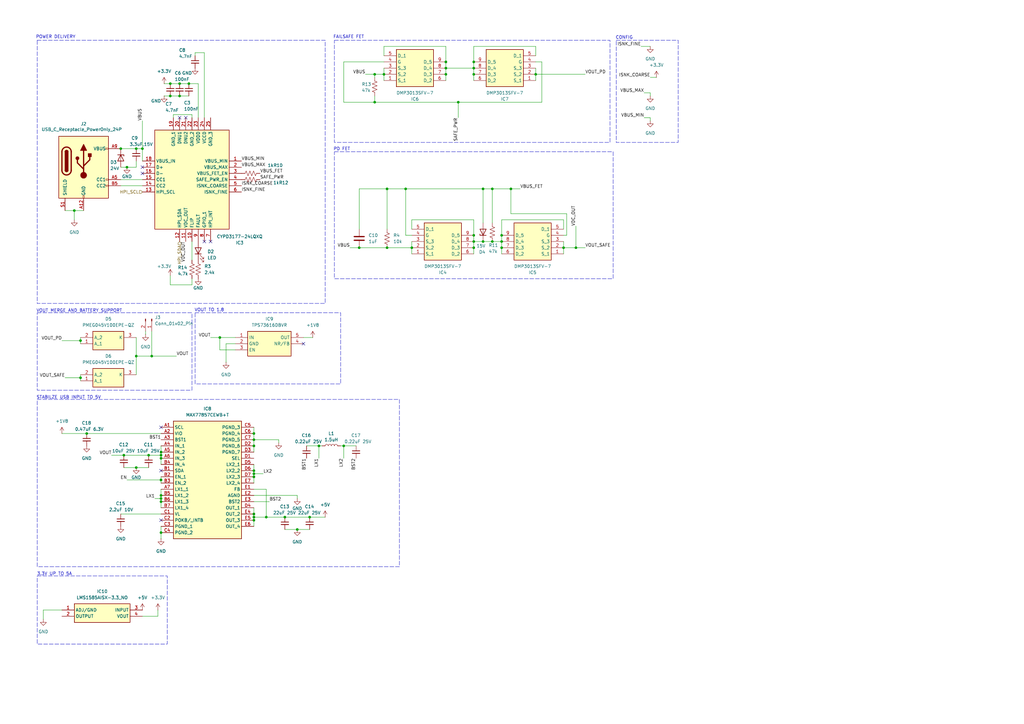
<source format=kicad_sch>
(kicad_sch (version 20231120) (generator "eeschema") (generator_version "8.0")
  (paper "A3")
  (lib_symbols
    (symbol "Connector:Conn_01x02_Pin" (pin_names (offset 1.016) hide)
      (property "Reference" "J" (at 0 2.54 0))
      (property "Value" "Conn_01x02_Pin" (at 0 -5.08 0))
      (symbol "Conn_01x02_Pin_1_1"
        (pin passive line (at 5.08 0 180) (length 3.81) (name "Pin_1") (number "1"))
        (pin passive line (at 5.08 -2.54 180) (length 3.81) (name "Pin_2") (number "2"))
      )
    )
    (symbol "Connector:USB_C_Receptacle_PowerOnly_24P" (pin_names (offset 1.016))
      (property "Reference" "J" (at 0 16.51 0))
      (property "Value" "USB_C_Receptacle_PowerOnly_24P" (at 0 13.97 0))
      (symbol "USB_C_Receptacle_PowerOnly_24P_1_1"
        (pin passive line (at 0 -17.78 90) (length 5.08) hide (name "GND") (number "A1"))
        (pin power_in line (at 0 -17.78 90) (length 5.08) (name "GND") (number "A12"))
        (pin passive line (at 15.24 7.62 180) (length 5.08) hide (name "VBUS") (number "A4"))
        (pin bidirectional line (at 15.24 -5.08 180) (length 5.08) (name "CC1") (number "A5"))
        (pin power_in line (at 15.24 7.62 180) (length 5.08) (name "VBUS") (number "A9"))
        (pin passive line (at 0 -17.78 90) (length 5.08) hide (name "GND") (number "B1"))
        (pin passive line (at 0 -17.78 90) (length 5.08) hide (name "GND") (number "B12"))
        (pin passive line (at 15.24 7.62 180) (length 5.08) hide (name "VBUS") (number "B4"))
        (pin bidirectional line (at 15.24 -7.62 180) (length 5.08) (name "CC2") (number "B5"))
        (pin passive line (at 15.24 7.62 180) (length 5.08) hide (name "VBUS") (number "B9"))
        (pin passive line (at -7.62 -17.78 90) (length 5.08) (name "SHIELD") (number "S1"))
      )
    )
    (symbol "Device:C" (pin_numbers hide) (pin_names (offset 0.254))
      (property "Reference" "C" (at 0.635 2.54 0))
      (property "Value" "C" (at 0.635 -2.54 0))
      (symbol "C_1_1"
        (pin passive line (at 0 3.81 270) (length 2.794) (name "~") (number "1"))
        (pin passive line (at 0 -3.81 90) (length 2.794) (name "~") (number "2"))
      )
    )
    (symbol "Device:C_Small" (pin_numbers hide) (pin_names (offset 0.254) hide)
      (property "Reference" "C" (at 0.254 1.778 0))
      (property "Value" "C_Small" (at 0.254 -2.032 0))
      (symbol "C_Small_1_1"
        (pin passive line (at 0 2.54 270) (length 2.032) (name "~") (number "1"))
        (pin passive line (at 0 -2.54 90) (length 2.032) (name "~") (number "2"))
      )
    )
    (symbol "Device:D_Zener" (pin_numbers hide) (pin_names (offset 1.016) hide)
      (property "Reference" "D" (at 0 2.54 0))
      (property "Value" "D_Zener" (at 0 -2.54 0))
      (symbol "D_Zener_1_1"
        (pin passive line (at -3.81 0 0) (length 2.54) (name "K") (number "1"))
        (pin passive line (at 3.81 0 180) (length 2.54) (name "A") (number "2"))
      )
    )
    (symbol "Device:L" (pin_numbers hide) (pin_names (offset 1.016) hide)
      (property "Reference" "L" (at -1.27 0 90))
      (property "Value" "L" (at 1.905 0 90))
      (symbol "L_1_1"
        (pin passive line (at 0 3.81 270) (length 1.27) (name "1") (number "1"))
        (pin passive line (at 0 -3.81 90) (length 1.27) (name "2") (number "2"))
      )
    )
    (symbol "Device:LED" (pin_numbers hide) (pin_names (offset 1.016) hide)
      (property "Reference" "D" (at 0 2.54 0))
      (property "Value" "LED" (at 0 -2.54 0))
      (symbol "LED_1_1"
        (pin passive line (at -3.81 0 0) (length 2.54) (name "K") (number "1"))
        (pin passive line (at 3.81 0 180) (length 2.54) (name "A") (number "2"))
      )
    )
    (symbol "Device:R_US" (pin_numbers hide) (pin_names (offset 0))
      (property "Reference" "R" (at 2.54 0 90))
      (property "Value" "R_US" (at -2.54 0 90))
      (symbol "R_US_1_1"
        (pin passive line (at 0 3.81 270) (length 1.27) (name "~") (number "1"))
        (pin passive line (at 0 -3.81 90) (length 1.27) (name "~") (number "2"))
      )
    )
    (symbol "SamacSys_Parts:CYPD3177-24LQXQ"
      (property "Reference" "IC" (at 36.83 17.78 0))
      (property "Value" "CYPD3177-24LQXQ" (at 36.83 15.24 0))
      (symbol "CYPD3177-24LQXQ_1_1"
        (pin passive line (at 0 0 0) (length 5.08) (name "VBUS_MIN") (number "1"))
        (pin passive line (at 20.32 -33.02 90) (length 5.08) (name "FLIP") (number "10"))
        (pin passive line (at 22.86 -33.02 90) (length 5.08) (name "VDC_OUT") (number "11"))
        (pin passive line (at 25.4 -33.02 90) (length 5.08) (name "HPI_SDA") (number "12"))
        (pin passive line (at 40.64 -12.7 180) (length 5.08) (name "HPI_SCL") (number "13"))
        (pin passive line (at 40.64 -10.16 180) (length 5.08) (name "CC2") (number "14"))
        (pin passive line (at 40.64 -7.62 180) (length 5.08) (name "CC1") (number "15"))
        (pin passive line (at 40.64 -5.08 180) (length 5.08) (name "D-") (number "16"))
        (pin passive line (at 40.64 -2.54 180) (length 5.08) (name "D+") (number "17"))
        (pin passive line (at 40.64 0 180) (length 5.08) (name "VBUS_IN") (number "18"))
        (pin passive line (at 27.94 17.78 270) (length 5.08) (name "GND_1") (number "19"))
        (pin passive line (at 0 -2.54 0) (length 5.08) (name "VBUS_MAX") (number "2"))
        (pin passive line (at 25.4 17.78 270) (length 5.08) (name "DNU1") (number "20"))
        (pin passive line (at 22.86 17.78 270) (length 5.08) (name "DNU2") (number "21"))
        (pin passive line (at 20.32 17.78 270) (length 5.08) (name "GND_2") (number "22"))
        (pin passive line (at 17.78 17.78 270) (length 5.08) (name "VDDD") (number "23"))
        (pin passive line (at 15.24 17.78 270) (length 5.08) (name "VCCD") (number "24"))
        (pin passive line (at 12.7 17.78 270) (length 5.08) (name "GND_3") (number "25"))
        (pin passive line (at 0 -5.08 0) (length 5.08) (name "VBUS_FET_EN") (number "3"))
        (pin passive line (at 0 -7.62 0) (length 5.08) (name "SAFE_PWR_EN") (number "4"))
        (pin passive line (at 0 -10.16 0) (length 5.08) (name "ISNK_COARSE") (number "5"))
        (pin passive line (at 0 -12.7 0) (length 5.08) (name "ISNK_FINE") (number "6"))
        (pin passive line (at 12.7 -33.02 90) (length 5.08) (name "HPI_INT") (number "7"))
        (pin passive line (at 15.24 -33.02 90) (length 5.08) (name "GPIO_1") (number "8"))
        (pin passive line (at 17.78 -33.02 90) (length 5.08) (name "FAULT") (number "9"))
      )
    )
    (symbol "SamacSys_Parts:DMP3013SFV-7"
      (property "Reference" "IC" (at 21.59 7.62 0))
      (property "Value" "DMP3013SFV-7" (at 21.59 5.08 0))
      (symbol "DMP3013SFV-7_1_1"
        (pin passive line (at 0 0 0) (length 5.08) (name "S_1") (number "1"))
        (pin passive line (at 0 -2.54 0) (length 5.08) (name "S_2") (number "2"))
        (pin passive line (at 0 -5.08 0) (length 5.08) (name "S_3") (number "3"))
        (pin passive line (at 0 -7.62 0) (length 5.08) (name "G") (number "4"))
        (pin passive line (at 0 -10.16 0) (length 5.08) (name "D_1") (number "5"))
        (pin passive line (at 25.4 0 180) (length 5.08) (name "D_2") (number "6"))
        (pin passive line (at 25.4 -2.54 180) (length 5.08) (name "D_3") (number "7"))
        (pin passive line (at 25.4 -5.08 180) (length 5.08) (name "D_4") (number "8"))
        (pin passive line (at 25.4 -7.62 180) (length 5.08) (name "D_5") (number "9"))
      )
    )
    (symbol "SamacSys_Parts:LMS1585AISX-3.3_NO"
      (property "Reference" "IC" (at 29.21 7.62 0))
      (property "Value" "LMS1585AISX-3.3_NO" (at 29.21 5.08 0))
      (symbol "LMS1585AISX-3.3_NO_1_1"
        (pin passive line (at 0 0 0) (length 5.08) (name "ADJ/GND") (number "1"))
        (pin passive line (at 0 -2.54 0) (length 5.08) (name "OUTPUT") (number "2"))
        (pin passive line (at 33.02 0 180) (length 5.08) (name "INPUT") (number "3"))
        (pin passive line (at 33.02 -2.54 180) (length 5.08) (name "VOUT") (number "4"))
      )
    )
    (symbol "SamacSys_Parts:MAX77857CEWB+T"
      (property "Reference" "IC8" (at 19.05 7.62 0))
      (property "Value" "MAX77857CEWB+T" (at 19.05 5.08 0))
      (symbol "MAX77857CEWB+T_1_1"
        (pin passive line (at 0 0 0) (length 5.08) (name "SCL") (number "A1"))
        (pin passive line (at 0 -2.54 0) (length 5.08) (name "VIO") (number "A2"))
        (pin passive line (at 0 -5.08 0) (length 5.08) (name "BST1") (number "A3"))
        (pin passive line (at 0 -7.62 0) (length 5.08) (name "IN_1") (number "A4"))
        (pin passive line (at 0 -10.16 0) (length 5.08) (name "IN_2") (number "A5"))
        (pin passive line (at 0 -12.7 0) (length 5.08) (name "IN_3") (number "A6"))
        (pin passive line (at 0 -25.4 0) (length 5.08) (name "LX1_1") (number "A7"))
        (pin passive line (at 0 -17.78 0) (length 5.08) (name "SDA") (number "B1"))
        (pin passive line (at 0 -20.32 0) (length 5.08) (name "EN_1") (number "B2"))
        (pin passive line (at 0 -22.86 0) (length 5.08) (name "EN_2") (number "B3"))
        (pin passive line (at 0 -15.24 0) (length 5.08) (name "IN_4") (number "B4"))
        (pin passive line (at 0 -27.94 0) (length 5.08) (name "LX1_2") (number "B5"))
        (pin passive line (at 0 -30.48 0) (length 5.08) (name "LX1_3") (number "B6"))
        (pin passive line (at 0 -33.02 0) (length 5.08) (name "LX1_4") (number "B7"))
        (pin passive line (at 0 -35.56 0) (length 5.08) (name "VL") (number "C1"))
        (pin passive line (at 0 -38.1 0) (length 5.08) (name "POKB/_INTB") (number "C2"))
        (pin passive line (at 0 -40.64 0) (length 5.08) (name "PGND_1") (number "C3"))
        (pin passive line (at 0 -43.18 0) (length 5.08) (name "PGND_2") (number "C4"))
        (pin passive line (at 38.1 0 180) (length 5.08) (name "PGND_3") (number "C5"))
        (pin passive line (at 38.1 -2.54 180) (length 5.08) (name "PGND_4") (number "C6"))
        (pin passive line (at 38.1 -5.08 180) (length 5.08) (name "PGND_5") (number "C7"))
        (pin passive line (at 38.1 -12.7 180) (length 5.08) (name "SEL") (number "D1"))
        (pin passive line (at 38.1 -7.62 180) (length 5.08) (name "PGND_6") (number "D2"))
        (pin passive line (at 38.1 -10.16 180) (length 5.08) (name "PGND_7") (number "D3"))
        (pin passive line (at 38.1 -33.02 180) (length 5.08) (name "OUT_1") (number "D4"))
        (pin passive line (at 38.1 -15.24 180) (length 5.08) (name "LX2_1") (number "D5"))
        (pin passive line (at 38.1 -17.78 180) (length 5.08) (name "LX2_2") (number "D6"))
        (pin passive line (at 38.1 -20.32 180) (length 5.08) (name "LX2_3") (number "D7"))
        (pin passive line (at 38.1 -25.4 180) (length 5.08) (name "FB") (number "E1"))
        (pin passive line (at 38.1 -27.94 180) (length 5.08) (name "AGND") (number "E2"))
        (pin passive line (at 38.1 -30.48 180) (length 5.08) (name "BST2") (number "E3"))
        (pin passive line (at 38.1 -35.56 180) (length 5.08) (name "OUT_2") (number "E4"))
        (pin passive line (at 38.1 -38.1 180) (length 5.08) (name "OUT_3") (number "E5"))
        (pin passive line (at 38.1 -40.64 180) (length 5.08) (name "OUT_4") (number "E6"))
        (pin passive line (at 38.1 -22.86 180) (length 5.08) (name "LX2_4") (number "E7"))
      )
    )
    (symbol "SamacSys_Parts:PMEG045V100EPE-QZ"
      (property "Reference" "D" (at 19.05 7.62 0))
      (property "Value" "PMEG045V100EPE-QZ" (at 19.05 5.08 0))
      (symbol "PMEG045V100EPE-QZ_1_1"
        (pin passive line (at 0 -2.54 0) (length 5.08) (name "A_1") (number "1"))
        (pin passive line (at 0 0 0) (length 5.08) (name "A_2") (number "2"))
        (pin passive line (at 22.86 0 180) (length 5.08) (name "K") (number "3"))
      )
    )
    (symbol "SamacSys_Parts:TPS73616DBVR"
      (property "Reference" "IC" (at 24.13 7.62 0))
      (property "Value" "TPS73616DBVR" (at 24.13 5.08 0))
      (symbol "TPS73616DBVR_1_1"
        (pin passive line (at 0 0 0) (length 5.08) (name "IN") (number "1"))
        (pin passive line (at 0 -2.54 0) (length 5.08) (name "GND") (number "2"))
        (pin passive line (at 0 -5.08 0) (length 5.08) (name "EN") (number "3"))
        (pin passive line (at 27.94 -2.54 180) (length 5.08) (name "NR/FB") (number "4"))
        (pin passive line (at 27.94 0 180) (length 5.08) (name "OUT") (number "5"))
      )
    )
    (symbol "power:+1V8" (power) (pin_numbers hide) (pin_names (offset 0) hide)
      (property "Value" "+1V8" (at 0 3.556 0))
      (symbol "+1V8_1_1"
        (pin power_in line (at 0 0 90) (length 0) (name "~") (number "1"))
      )
    )
    (symbol "power:+3.3V" (power) (pin_numbers hide) (pin_names (offset 0) hide)
      (property "Value" "+3.3V" (at 0 3.556 0))
      (symbol "+3.3V_1_1"
        (pin power_in line (at 0 0 90) (length 0) (name "~") (number "1"))
      )
    )
    (symbol "power:+5V" (power) (pin_numbers hide) (pin_names (offset 0) hide)
      (property "Value" "+5V" (at 0 3.556 0))
      (symbol "+5V_1_1"
        (pin power_in line (at 0 0 90) (length 0) (name "~") (number "1"))
      )
    )
    (symbol "power:GND" (power) (pin_numbers hide) (pin_names (offset 0) hide)
      (property "Value" "GND" (at 0 -3.81 0))
      (symbol "GND_1_1"
        (pin power_in line (at 0 0 270) (length 0) (name "~") (number "1"))
      )
    )
  )
  (junction (at 201.93 99.06))
  (junction (at 49.53 60.96))
  (junction (at 35.56 177.8))
  (junction (at 55.88 60.96))
  (junction (at 194.31 27.94))
  (junction (at 104.14 182.88))
  (junction (at 104.14 212.09))
  (junction (at 187.96 41.91))
  (junction (at 66.04 186.69))
  (junction (at 194.31 101.6))
  (junction (at 33.02 139.7))
  (junction (at 73.66 34.29))
  (junction (at 30.48 86.36))
  (junction (at 66.04 187.96))
  (junction (at 231.14 101.6))
  (junction (at 127 212.09))
  (junction (at 66.04 205.74))
  (junction (at 69.85 34.29))
  (junction (at 60.96 186.69))
  (junction (at 69.85 39.37))
  (junction (at 55.88 146.05))
  (junction (at 158.75 77.47))
  (junction (at 66.04 203.2))
  (junction (at 205.74 99.06))
  (junction (at 147.32 101.6))
  (junction (at 153.67 41.91))
  (junction (at 194.31 99.06))
  (junction (at 104.14 180.34))
  (junction (at 219.71 30.48))
  (junction (at 66.04 218.44))
  (junction (at 153.67 30.48))
  (junction (at 104.14 213.36))
  (junction (at 33.02 154.94))
  (junction (at 209.55 77.47))
  (junction (at 182.88 30.48))
  (junction (at 58.42 60.96))
  (junction (at 130.81 182.88))
  (junction (at 194.31 30.48))
  (junction (at 104.14 177.8))
  (junction (at 194.31 25.4))
  (junction (at 158.75 101.6))
  (junction (at 140.97 182.88))
  (junction (at 198.12 77.47))
  (junction (at 90.17 138.43))
  (junction (at 104.14 193.04))
  (junction (at 166.37 77.47))
  (junction (at 66.04 204.47))
  (junction (at 201.93 77.47))
  (junction (at 77.47 34.29))
  (junction (at 168.91 101.6))
  (junction (at 55.88 191.77))
  (junction (at 104.14 210.82))
  (junction (at 66.04 196.85))
  (junction (at 157.48 30.48))
  (junction (at 62.23 146.05))
  (junction (at 52.07 68.58))
  (junction (at 198.12 99.06))
  (junction (at 205.74 101.6))
  (junction (at 66.04 185.42))
  (junction (at 50.8 186.69))
  (junction (at 182.88 27.94))
  (junction (at 73.66 39.37))
  (junction (at 121.92 217.17))
  (junction (at 116.84 212.09))
  (junction (at 194.31 96.52))
  (junction (at 205.74 96.52))
  (junction (at 104.14 195.58))
  (junction (at 182.88 25.4))
  (junction (at 236.22 101.6))
  (junction (at 104.14 194.31))
  (junction (at 109.22 212.09))
  (no_connect (at 76.2 48.26))
  (no_connect (at 66.04 213.36))
  (no_connect (at 66.04 193.04))
  (no_connect (at 66.04 175.26))
  (no_connect (at 83.82 99.06))
  (no_connect (at 58.42 71.12))
  (no_connect (at 73.66 48.26))
  (no_connect (at 86.36 99.06))
  (no_connect (at 124.46 140.97))
  (no_connect (at 58.42 68.58))
  (wire (pts (xy 158.75 77.47) (xy 158.75 93.98)))
  (wire (pts (xy 104.14 213.36) (xy 104.14 215.9)))
  (wire (pts (xy 104.14 194.31) (xy 104.14 195.58)))
  (wire (pts (xy 90.17 143.51) (xy 96.52 143.51)))
  (wire (pts (xy 194.31 96.52) (xy 194.31 99.06)))
  (wire (pts (xy 33.02 139.7) (xy 33.02 140.97)))
  (wire (pts (xy 231.14 90.17) (xy 231.14 93.98)))
  (wire (pts (xy 205.74 101.6) (xy 205.74 104.14)))
  (wire (pts (xy 209.55 87.63) (xy 209.55 77.47)))
  (wire (pts (xy 219.71 27.94) (xy 219.71 30.48)))
  (wire (pts (xy 33.02 154.94) (xy 33.02 156.21)))
  (wire (pts (xy 67.31 39.37) (xy 69.85 39.37)))
  (wire (pts (xy 66.04 220.98) (xy 66.04 218.44)))
  (wire (pts (xy 182.88 27.94) (xy 194.31 27.94)))
  (wire (pts (xy 50.8 191.77) (xy 55.88 191.77)))
  (wire (pts (xy 81.28 48.26) (xy 81.28 34.29)))
  (wire (pts (xy 104.14 190.5) (xy 104.14 193.04)))
  (wire (pts (xy 66.04 215.9) (xy 66.04 218.44)))
  (wire (pts (xy 166.37 96.52) (xy 166.37 77.47)))
  (wire (pts (xy 66.04 200.66) (xy 66.04 203.2)))
  (wire (pts (xy 140.97 25.4) (xy 157.48 25.4)))
  (wire (pts (xy 166.37 77.47) (xy 198.12 77.47)))
  (wire (pts (xy 109.22 212.09) (xy 116.84 212.09)))
  (wire (pts (xy 194.31 27.94) (xy 194.31 30.48)))
  (wire (pts (xy 78.74 106.68) (xy 78.74 99.06)))
  (wire (pts (xy 130.81 182.88) (xy 132.08 182.88)))
  (wire (pts (xy 194.31 101.6) (xy 194.31 104.14)))
  (wire (pts (xy 73.66 34.29) (xy 77.47 34.29)))
  (wire (pts (xy 236.22 101.6) (xy 240.03 101.6)))
  (wire (pts (xy 45.72 186.69) (xy 50.8 186.69)))
  (wire (pts (xy 139.7 182.88) (xy 140.97 182.88)))
  (wire (pts (xy 157.48 27.94) (xy 157.48 30.48)))
  (wire (pts (xy 64.77 250.19) (xy 64.77 252.73)))
  (wire (pts (xy 201.93 91.44) (xy 201.93 77.47)))
  (wire (pts (xy 125.73 182.88) (xy 130.81 182.88)))
  (wire (pts (xy 147.32 101.6) (xy 158.75 101.6)))
  (wire (pts (xy 66.04 195.58) (xy 66.04 196.85)))
  (wire (pts (xy 198.12 77.47) (xy 201.93 77.47)))
  (wire (pts (xy 116.84 217.17) (xy 121.92 217.17)))
  (wire (pts (xy 168.91 101.6) (xy 168.91 104.14)))
  (wire (pts (xy 116.84 212.09) (xy 127 212.09)))
  (wire (pts (xy 30.48 86.36) (xy 34.29 86.36)))
  (wire (pts (xy 25.4 139.7) (xy 33.02 139.7)))
  (wire (pts (xy 266.7 38.1) (xy 266.7 39.37)))
  (wire (pts (xy 269.24 31.75) (xy 266.7 31.75)))
  (wire (pts (xy 264.16 48.26) (xy 266.7 48.26)))
  (wire (pts (xy 110.49 205.74) (xy 104.14 205.74)))
  (wire (pts (xy 231.14 96.52) (xy 232.41 96.52)))
  (wire (pts (xy 90.17 138.43) (xy 90.17 143.51)))
  (wire (pts (xy 26.67 154.94) (xy 33.02 154.94)))
  (wire (pts (xy 104.14 175.26) (xy 104.14 177.8)))
  (wire (pts (xy 114.3 180.34) (xy 114.3 181.61)))
  (wire (pts (xy 96.52 140.97) (xy 92.71 140.97)))
  (wire (pts (xy 73.66 39.37) (xy 77.47 39.37)))
  (wire (pts (xy 198.12 77.47) (xy 198.12 91.44)))
  (wire (pts (xy 86.36 138.43) (xy 90.17 138.43)))
  (wire (pts (xy 83.82 21.59) (xy 80.01 21.59)))
  (wire (pts (xy 168.91 90.17) (xy 194.31 90.17)))
  (wire (pts (xy 104.14 208.28) (xy 104.14 210.82)))
  (wire (pts (xy 77.47 34.29) (xy 81.28 34.29)))
  (wire (pts (xy 60.96 186.69) (xy 66.04 186.69)))
  (wire (pts (xy 262.89 19.05) (xy 266.7 19.05)))
  (wire (pts (xy 168.91 93.98) (xy 168.91 90.17)))
  (wire (pts (xy 219.71 22.86) (xy 219.71 19.05)))
  (wire (pts (xy 49.53 210.82) (xy 66.04 210.82)))
  (wire (pts (xy 219.71 30.48) (xy 240.03 30.48)))
  (wire (pts (xy 140.97 182.88) (xy 146.05 182.88)))
  (wire (pts (xy 55.88 138.43) (xy 55.88 146.05)))
  (wire (pts (xy 157.48 22.86) (xy 157.48 19.05)))
  (wire (pts (xy 127 212.09) (xy 133.35 212.09)))
  (wire (pts (xy 92.71 140.97) (xy 92.71 148.59)))
  (wire (pts (xy 104.14 180.34) (xy 104.14 177.8)))
  (wire (pts (xy 69.85 34.29) (xy 73.66 34.29)))
  (wire (pts (xy 104.14 195.58) (xy 104.14 198.12)))
  (wire (pts (xy 219.71 19.05) (xy 194.31 19.05)))
  (wire (pts (xy 205.74 96.52) (xy 205.74 99.06)))
  (wire (pts (xy 35.56 177.8) (xy 66.04 177.8)))
  (wire (pts (xy 66.04 204.47) (xy 66.04 205.74)))
  (wire (pts (xy 104.14 212.09) (xy 109.22 212.09)))
  (wire (pts (xy 168.91 96.52) (xy 166.37 96.52)))
  (wire (pts (xy 69.85 113.03) (xy 69.85 116.84)))
  (wire (pts (xy 104.14 203.2) (xy 121.92 203.2)))
  (wire (pts (xy 153.67 39.37) (xy 153.67 41.91)))
  (wire (pts (xy 194.31 90.17) (xy 194.31 96.52)))
  (wire (pts (xy 104.14 200.66) (xy 109.22 200.66)))
  (wire (pts (xy 121.92 217.17) (xy 127 217.17)))
  (wire (pts (xy 205.74 90.17) (xy 231.14 90.17)))
  (wire (pts (xy 55.88 68.58) (xy 52.07 68.58)))
  (wire (pts (xy 209.55 77.47) (xy 213.36 77.47)))
  (wire (pts (xy 67.31 34.29) (xy 69.85 34.29)))
  (wire (pts (xy 194.31 30.48) (xy 194.31 33.02)))
  (wire (pts (xy 143.51 101.6) (xy 147.32 101.6)))
  (wire (pts (xy 66.04 187.96) (xy 66.04 190.5)))
  (wire (pts (xy 194.31 99.06) (xy 198.12 99.06)))
  (wire (pts (xy 33.02 153.67) (xy 33.02 154.94)))
  (wire (pts (xy 17.78 250.19) (xy 17.78 254)))
  (wire (pts (xy 78.74 116.84) (xy 69.85 116.84)))
  (wire (pts (xy 231.14 99.06) (xy 231.14 101.6)))
  (wire (pts (xy 140.97 41.91) (xy 140.97 25.4)))
  (wire (pts (xy 201.93 99.06) (xy 205.74 99.06)))
  (wire (pts (xy 25.4 250.19) (xy 17.78 250.19)))
  (wire (pts (xy 104.14 180.34) (xy 104.14 182.88)))
  (wire (pts (xy 182.88 25.4) (xy 182.88 27.94)))
  (wire (pts (xy 104.14 180.34) (xy 114.3 180.34)))
  (wire (pts (xy 198.12 99.06) (xy 201.93 99.06)))
  (wire (pts (xy 182.88 19.05) (xy 182.88 25.4)))
  (wire (pts (xy 49.53 68.58) (xy 52.07 68.58)))
  (wire (pts (xy 147.32 93.98) (xy 147.32 77.47)))
  (wire (pts (xy 30.48 86.36) (xy 30.48 90.17)))
  (wire (pts (xy 194.31 19.05) (xy 194.31 25.4)))
  (wire (pts (xy 231.14 101.6) (xy 231.14 104.14)))
  (wire (pts (xy 109.22 200.66) (xy 109.22 212.09)))
  (wire (pts (xy 222.25 25.4) (xy 222.25 41.91)))
  (wire (pts (xy 149.86 30.48) (xy 153.67 30.48)))
  (wire (pts (xy 58.42 60.96) (xy 55.88 60.96)))
  (wire (pts (xy 124.46 138.43) (xy 128.27 138.43)))
  (wire (pts (xy 78.74 48.26) (xy 78.74 46.99)))
  (wire (pts (xy 222.25 41.91) (xy 187.96 41.91)))
  (wire (pts (xy 71.12 46.99) (xy 78.74 46.99)))
  (wire (pts (xy 187.96 41.91) (xy 153.67 41.91)))
  (wire (pts (xy 69.85 39.37) (xy 73.66 39.37)))
  (wire (pts (xy 187.96 48.26) (xy 187.96 41.91)))
  (wire (pts (xy 121.92 203.2) (xy 121.92 204.47)))
  (wire (pts (xy 104.14 210.82) (xy 104.14 212.09)))
  (wire (pts (xy 58.42 60.96) (xy 58.42 66.04)))
  (wire (pts (xy 71.12 46.99) (xy 71.12 48.26)))
  (wire (pts (xy 104.14 182.88) (xy 104.14 185.42)))
  (wire (pts (xy 194.31 25.4) (xy 194.31 27.94)))
  (wire (pts (xy 153.67 41.91) (xy 140.97 41.91)))
  (wire (pts (xy 50.8 186.69) (xy 60.96 186.69)))
  (wire (pts (xy 147.32 77.47) (xy 158.75 77.47)))
  (wire (pts (xy 168.91 99.06) (xy 168.91 101.6)))
  (wire (pts (xy 62.23 135.89) (xy 62.23 146.05)))
  (wire (pts (xy 58.42 252.73) (xy 64.77 252.73)))
  (wire (pts (xy 55.88 191.77) (xy 60.96 191.77)))
  (wire (pts (xy 140.97 182.88) (xy 140.97 187.96)))
  (wire (pts (xy 153.67 30.48) (xy 157.48 30.48)))
  (wire (pts (xy 63.5 204.47) (xy 66.04 204.47)))
  (wire (pts (xy 205.74 99.06) (xy 205.74 101.6)))
  (wire (pts (xy 25.4 177.8) (xy 35.56 177.8)))
  (wire (pts (xy 66.04 182.88) (xy 66.04 185.42)))
  (wire (pts (xy 201.93 77.47) (xy 209.55 77.47)))
  (wire (pts (xy 59.69 137.16) (xy 59.69 135.89)))
  (wire (pts (xy 33.02 138.43) (xy 33.02 139.7)))
  (wire (pts (xy 90.17 138.43) (xy 96.52 138.43)))
  (wire (pts (xy 58.42 76.2) (xy 49.53 76.2)))
  (wire (pts (xy 219.71 25.4) (xy 222.25 25.4)))
  (wire (pts (xy 130.81 182.88) (xy 130.81 187.96)))
  (wire (pts (xy 66.04 203.2) (xy 66.04 204.47)))
  (wire (pts (xy 264.16 38.1) (xy 266.7 38.1)))
  (wire (pts (xy 26.67 86.36) (xy 30.48 86.36)))
  (wire (pts (xy 66.04 186.69) (xy 66.04 187.96)))
  (wire (pts (xy 153.67 31.75) (xy 153.67 30.48)))
  (wire (pts (xy 52.07 196.85) (xy 66.04 196.85)))
  (wire (pts (xy 158.75 101.6) (xy 168.91 101.6)))
  (wire (pts (xy 78.74 114.3) (xy 78.74 116.84)))
  (wire (pts (xy 266.7 48.26) (xy 266.7 49.53)))
  (wire (pts (xy 236.22 92.71) (xy 236.22 101.6)))
  (wire (pts (xy 83.82 48.26) (xy 83.82 21.59)))
  (wire (pts (xy 58.42 73.66) (xy 49.53 73.66)))
  (wire (pts (xy 55.88 66.04) (xy 55.88 68.58)))
  (wire (pts (xy 55.88 146.05) (xy 55.88 153.67)))
  (wire (pts (xy 157.48 30.48) (xy 157.48 33.02)))
  (wire (pts (xy 231.14 101.6) (xy 236.22 101.6)))
  (wire (pts (xy 66.04 205.74) (xy 66.04 208.28)))
  (wire (pts (xy 49.53 60.96) (xy 55.88 60.96)))
  (wire (pts (xy 66.04 196.85) (xy 66.04 198.12)))
  (wire (pts (xy 104.14 212.09) (xy 104.14 213.36)))
  (wire (pts (xy 232.41 87.63) (xy 209.55 87.63)))
  (wire (pts (xy 104.14 194.31) (xy 107.95 194.31)))
  (wire (pts (xy 182.88 30.48) (xy 182.88 33.02)))
  (wire (pts (xy 58.42 49.53) (xy 58.42 60.96)))
  (wire (pts (xy 104.14 193.04) (xy 104.14 194.31)))
  (wire (pts (xy 194.31 99.06) (xy 194.31 101.6)))
  (wire (pts (xy 219.71 30.48) (xy 219.71 33.02)))
  (wire (pts (xy 232.41 96.52) (xy 232.41 87.63)))
  (wire (pts (xy 182.88 27.94) (xy 182.88 30.48)))
  (wire (pts (xy 80.01 21.59) (xy 80.01 22.86)))
  (wire (pts (xy 55.88 146.05) (xy 62.23 146.05)))
  (wire (pts (xy 157.48 19.05) (xy 182.88 19.05)))
  (wire (pts (xy 66.04 186.69) (xy 66.04 185.42)))
  (wire (pts (xy 62.23 146.05) (xy 72.39 146.05)))
  (wire (pts (xy 205.74 96.52) (xy 205.74 90.17)))
  (wire (pts (xy 158.75 77.47) (xy 166.37 77.47)))
  (rectangle (start 80.01 128.27) (end 139.7 157.48) (stroke (width 0) (type dash)))
  (rectangle (start 15.24 128.27) (end 78.74 160.02) (stroke (width 0) (type dash)))
  (rectangle (start 15.24 16.51) (end 133.35 124.46) (stroke (width 0) (type dash)))
  (rectangle (start 252.73 16.51) (end 278.13 58.42) (stroke (width 0) (type dash)))
  (rectangle (start 15.24 163.83) (end 163.83 232.41) (stroke (width 0) (type dash)))
  (rectangle (start 137.16 62.23) (end 251.46 114.3) (stroke (width 0) (type dash)))
  (rectangle (start 137.16 16.51) (end 250.19 58.42) (stroke (width 0) (type dash)))
  (rectangle (start 15.24 236.22) (end 68.58 264.16) (stroke (width 0) (type dash)))
  (text "PD FET" (at 140.208 61.214 0) (effects (font (size 1.27 1.27))))
  (text "STABILZE USB INPUT TO 5V" (at 28.194 163.068 0) (effects (font (size 1.27 1.27))))
  (text "POWER DELIVERY" (at 22.86 15.24 0) (effects (font (size 1.27 1.27))))
  (text "VOUT MERGE AND BATTERY SUPPORT" (at 32.512 127.508 0) (effects (font (size 1.27 1.27))))
  (text "CONFIG" (at 256.032 15.494 0) (effects (font (size 1.27 1.27))))
  (text "3.3V UP TO 5A" (at 22.352 235.458 0) (effects (font (size 1.27 1.27))))
  (text "FAILSAFE FET" (at 143.002 15.24 0) (effects (font (size 1.27 1.27))))
  (text "VOUT TO 1.8" (at 85.852 127.254 0) (effects (font (size 1.27 1.27))))
  (label "VBUS" (at 58.42 49.53 90))
  (label "VBUS_FET" (at 106.68 71.12 0))
  (label "BST1" (at 125.73 187.96 270))
  (label "LX2" (at 140.97 187.96 270))
  (label "VDC_OUT" (at 236.22 92.71 90))
  (label "LX2" (at 107.95 194.31 0))
  (label "VBUS_FET" (at 213.36 77.47 0))
  (label "VBUS" (at 149.86 30.48 180))
  (label "BST2" (at 110.49 205.74 0))
  (label "ISNK_FINE" (at 262.89 19.05 180))
  (label "ISNK_COARSE" (at 99.06 76.2 0))
  (label "BST1" (at 66.04 180.34 180))
  (label "LX1" (at 130.81 187.96 270))
  (label "VBUS_MIN" (at 264.16 48.26 180))
  (label "VOUT_SAFE" (at 26.67 154.94 180))
  (label "VBUS_MIN" (at 99.06 66.04 0))
  (label "VBUS_MAX" (at 264.16 38.1 180))
  (label "VOUT" (at 86.36 138.43 180))
  (label "VBUS" (at 143.51 101.6 180))
  (label "ISNK_FINE" (at 99.06 78.74 0))
  (label "VOUT" (at 45.72 186.69 180))
  (label "VOUT_SAFE" (at 240.03 101.6 0))
  (label "VOUT" (at 72.39 146.05 0))
  (label "VBUS_MAX" (at 99.06 68.58 0))
  (label "VOUT_PD" (at 25.4 139.7 180))
  (label "SAFE_PWR" (at 106.68 73.66 0))
  (label "BST2" (at 146.05 187.96 270))
  (label "EN" (at 52.07 196.85 180))
  (label "VDC_OUT" (at 76.2 99.06 270))
  (label "SAFE_PWR" (at 187.96 48.26 270))
  (label "ISNK_COARSE" (at 266.7 31.75 180))
  (label "VOUT_PD" (at 240.03 30.48 0))
  (label "LX1" (at 63.5 204.47 180))
  (hierarchical_label "HPI_SCL" (shape input) (at 58.42 78.74 180))
  (hierarchical_label "HPI_SDA" (shape input) (at 73.66 99.06 270))
  (symbol (lib_id "power:GND") (at 17.78 254 0) (unit 1)
    (property "Reference" "#PWR041" (effects (hide yes)))
    (property "Value" "GND" (at 17.78 259.08 0))
    (property "Description" "Power symbol creates a global label with name \"GND\" , ground" (effects (hide yes)))
  )
  (symbol (lib_id "power:+5V") (at 58.42 250.19 0) (unit 1)
    (property "Reference" "#PWR040" (effects (hide yes)))
    (property "Value" "+5V" (at 58.42 245.11 0))
    (property "Description" "Power symbol creates a global label with name \"+5V\"" (effects (hide yes)))
  )
  (symbol (lib_id "power:GND") (at 121.92 217.17 0) (unit 1)
    (property "Reference" "#PWR034" (effects (hide yes)))
    (property "Value" "GND" (at 121.92 222.25 0))
    (property "Description" "Power symbol creates a global label with name \"GND\" , ground" (effects (hide yes)))
  )
  (symbol (lib_id "power:GND") (at 80.01 27.94 0) (unit 1)
    (property "Reference" "#PWR08" (effects (hide yes)))
    (property "Value" "GND" (at 76.708 29.972 0))
    (property "Description" "Power symbol creates a global label with name \"GND\" , ground" (effects (hide yes)))
  )
  (symbol (lib_id "power:+1V8") (at 128.27 138.43 0) (unit 1)
    (property "Reference" "#PWR013" (effects (hide yes)))
    (property "Value" "+1V8" (at 128.27 133.35 0))
    (property "Description" "Power symbol creates a global label with name \"+1V8\"" (effects (hide yes)))
  )
  (symbol (lib_id "SamacSys_Parts:CYPD3177-24LQXQ") (at 99.06 66.04 0) (mirror y) (unit 1)
    (property "Reference" "IC3" (at 98.298 99.568 0))
    (property "Value" "CYPD3177-24LQXQ" (at 98.298 97.028 0))
    (property "Footprint" "QFN50P400X400X60-25N-D" (effects (hide yes)))
    (property "Description" "USB Interface IC USB Type-C port controller CYPD3177" (effects (hide yes)))
    (property "Height" "0.6" (effects (hide yes)))
    (property "Mouser Part Number" "727-CYPD3177-24LQXQ" (effects (hide yes)))
    (property "Mouser Price/Stock" "https://www.mouser.co.uk/ProductDetail/Infineon-Technologies/CYPD3177-24LQXQ?qs=PzGy0jfpSMvR3aDH5AdWfA%3D%3D" (effects (hide yes)))
    (property "Manufacturer_Name" "Infineon" (effects (hide yes)))
    (property "Manufacturer_Part_Number" "CYPD3177-24LQXQ" (effects (hide yes)))
  )
  (symbol (lib_id "Device:R_US") (at 201.93 95.25 0) (unit 1)
    (property "Reference" "R11" (at 200.406 100.584 0) (effects (justify left)))
    (property "Value" "47k" (at 200.406 103.124 0) (effects (justify left)))
    (property "Footprint" "Resistor_SMD:R_0603_1608Metric" (effects (hide yes)))
    (property "Description" "Resistor, US symbol" (effects (hide yes)))
  )
  (symbol (lib_id "Device:D_Zener") (at 198.12 95.25 90) (unit 1)
    (property "Reference" "D4" (at 199.136 103.378 90) (effects (justify left)))
    (property "Value" "15V" (at 199.136 100.838 90) (effects (justify left)))
    (property "Footprint" "SODFL2513X100N" (effects (hide yes)))
    (property "Description" "Zener diode" (effects (hide yes)))
  )
  (symbol (lib_id "Device:C_Small") (at 55.88 63.5 0) (unit 1)
    (property "Reference" "C9" (at 53.848 56.642 0) (effects (justify left)))
    (property "Value" "3.3uF,15V" (at 53.086 59.182 0) (effects (justify left)))
    (property "Footprint" "Capacitor_SMD:C_0603_1608Metric" (effects (hide yes)))
    (property "Description" "Unpolarized capacitor, small symbol" (effects (hide yes)))
  )
  (symbol (lib_id "power:GND") (at 49.53 215.9 0) (unit 1)
    (property "Reference" "#PWR035" (effects (hide yes)))
    (property "Value" "GND" (at 49.53 220.98 0))
    (property "Description" "Power symbol creates a global label with name \"GND\" , ground" (effects (hide yes)))
  )
  (symbol (lib_id "power:+3.3V") (at 69.85 113.03 0) (unit 1)
    (property "Reference" "#PWR025" (effects (hide yes)))
    (property "Value" "+3.3V" (at 67.31 109.22 0))
    (property "Description" "Power symbol creates a global label with name \"+3.3V\"" (effects (hide yes)))
  )
  (symbol (lib_id "power:+3.3V") (at 269.24 31.75 0) (unit 1)
    (property "Reference" "#PWR028" (effects (hide yes)))
    (property "Value" "+3.3V" (at 269.24 26.67 0))
    (property "Description" "Power symbol creates a global label with name \"+3.3V\"" (effects (hide yes)))
  )
  (symbol (lib_id "Device:C_Small") (at 60.96 189.23 0) (unit 1)
    (property "Reference" "C11" (at 58.928 182.372 0) (effects (justify left)))
    (property "Value" "10uF 25V" (at 56.134 184.912 0) (effects (justify left)))
    (property "Footprint" "Capacitor_SMD:C_0603_1608Metric" (effects (hide yes)))
    (property "Description" "Unpolarized capacitor, small symbol" (effects (hide yes)))
  )
  (symbol (lib_id "power:GND") (at 81.28 114.3 0) (unit 1)
    (property "Reference" "#PWR024" (effects (hide yes)))
    (property "Value" "GND" (at 81.28 118.11 0))
    (property "Description" "Power symbol creates a global label with name \"GND\" , ground" (effects (hide yes)))
  )
  (symbol (lib_id "Device:C_Small") (at 116.84 214.63 0) (unit 1)
    (property "Reference" "C13" (at 114.808 207.772 0) (effects (justify left)))
    (property "Value" "22uF 25V" (at 112.014 210.312 0) (effects (justify left)))
    (property "Footprint" "Capacitor_SMD:C_0603_1608Metric" (effects (hide yes)))
    (property "Description" "Unpolarized capacitor, small symbol" (effects (hide yes)))
  )
  (symbol (lib_id "power:+3.3V") (at 67.31 34.29 0) (unit 1)
    (property "Reference" "#PWR04" (effects (hide yes)))
    (property "Value" "+3.3V" (at 67.31 29.21 0))
    (property "Description" "Power symbol creates a global label with name \"+3.3V\"" (effects (hide yes)))
  )
  (symbol (lib_id "Connector:USB_C_Receptacle_PowerOnly_24P") (at 34.29 68.58 0) (unit 1)
    (property "Reference" "J2" (at 34.29 50.8 0))
    (property "Value" "USB_C_Receptacle_PowerOnly_24P" (at 33.528 53.086 0))
    (property "Footprint" "Connector_USB:USB_C_Receptacle_GCT_USB4135-GF-A_6P_TopMnt_Horizontal" (effects (hide yes)))
    (property "Datasheet" "https://www.usb.org/sites/default/files/documents/usb_type-c.zip" (effects (hide yes)))
    (property "Description" "USB Power-Only 24P Type-C Receptacle connector" (effects (hide yes)))
  )
  (symbol (lib_id "Device:C_Small") (at 125.73 185.42 0) (unit 1)
    (property "Reference" "C16" (at 123.698 178.562 0) (effects (justify left)))
    (property "Value" "0.22uF 25V" (at 120.904 181.102 0) (effects (justify left)))
    (property "Footprint" "Capacitor_SMD:C_0603_1608Metric" (effects (hide yes)))
    (property "Description" "Unpolarized capacitor, small symbol" (effects (hide yes)))
  )
  (symbol (lib_id "Device:L") (at 135.89 182.88 90) (unit 1)
    (property "Reference" "L1" (at 135.89 177.8 90))
    (property "Value" "1.5uH" (at 135.89 180.34 90))
    (property "Footprint" "Inductor_SMD:L_0805_2012Metric" (effects (hide yes)))
    (property "Description" "Inductor" (effects (hide yes)))
  )
  (symbol (lib_id "Device:R_US") (at 153.67 35.56 0) (unit 1)
    (property "Reference" "R13" (at 148.336 34.544 0) (effects (justify left)))
    (property "Value" "47k" (at 148.336 37.084 0) (effects (justify left)))
    (property "Footprint" "Resistor_SMD:R_0603_1608Metric" (effects (hide yes)))
    (property "Description" "Resistor, US symbol" (effects (hide yes)))
  )
  (symbol (lib_id "Device:LED") (at 81.28 102.87 90) (unit 1)
    (property "Reference" "D2" (at 85.09 103.1874 90) (effects (justify right)))
    (property "Value" "LED" (at 85.09 105.7274 90) (effects (justify right)))
    (property "Footprint" "LED_SMD:LED_0603_1608Metric" (effects (hide yes)))
    (property "Description" "Light emitting diode" (effects (hide yes)))
  )
  (symbol (lib_id "Device:C_Small") (at 127 214.63 0) (unit 1)
    (property "Reference" "C14" (at 124.968 207.772 0) (effects (justify left)))
    (property "Value" "22uF 25V" (at 122.174 210.312 0) (effects (justify left)))
    (property "Footprint" "Capacitor_SMD:C_0603_1608Metric" (effects (hide yes)))
    (property "Description" "Unpolarized capacitor, small symbol" (effects (hide yes)))
  )
  (symbol (lib_id "Device:R_US") (at 78.74 110.49 0) (unit 1)
    (property "Reference" "R14" (at 72.898 109.728 0) (effects (justify left)))
    (property "Value" "4.7k" (at 72.898 112.268 0) (effects (justify left)))
    (property "Footprint" "Resistor_SMD:R_0603_1608Metric" (effects (hide yes)))
    (property "Description" "Resistor, US symbol" (effects (hide yes)))
  )
  (symbol (lib_id "power:GND") (at 30.48 90.17 0) (unit 1)
    (property "Reference" "#PWR03" (effects (hide yes)))
    (property "Value" "GND" (at 30.48 95.25 0))
    (property "Description" "Power symbol creates a global label with name \"GND\" , ground" (effects (hide yes)))
  )
  (symbol (lib_id "power:GND") (at 55.88 191.77 0) (unit 1)
    (property "Reference" "#PWR026" (effects (hide yes)))
    (property "Value" "GND" (at 55.88 195.834 0))
    (property "Description" "Power symbol creates a global label with name \"GND\" , ground" (effects (hide yes)))
  )
  (symbol (lib_id "SamacSys_Parts:PMEG045V100EPE-QZ") (at 33.02 153.67 0) (unit 1)
    (property "Reference" "D6" (at 44.45 146.05 0))
    (property "Value" "PMEG045V100EPE-QZ" (at 44.45 148.59 0))
    (property "Footprint" "PMEG045V100EPEQZ" (effects (hide yes)))
    (property "Datasheet" "https://assets.nexperia.com/documents/data-sheet/PMEG045V100EPE-Q.pdf" (effects (hide yes)))
    (property "Description" "PMEG045V100EPE-Q - 45 V, 10 A low VF Schottky barrier rectifier@en-us" (effects (hide yes)))
    (property "Height" "0.99" (effects (hide yes)))
    (property "Mouser Part Number" "771-PMEG045V100EPEQZ" (effects (hide yes)))
    (property "Mouser Price/Stock" "https://www.mouser.co.uk/ProductDetail/Nexperia/PMEG045V100EPE-QZ?qs=vvQtp7zwQdOQe7hkOGVIYA%3D%3D" (effects (hide yes)))
    (property "Manufacturer_Name" "Nexperia" (effects (hide yes)))
    (property "Manufacturer_Part_Number" "PMEG045V100EPE-QZ" (effects (hide yes)))
  )
  (symbol (lib_id "Device:C_Small") (at 146.05 185.42 0) (unit 1)
    (property "Reference" "C17" (at 144.018 178.562 0) (effects (justify left)))
    (property "Value" "0.22uF 25V" (at 141.224 181.102 0) (effects (justify left)))
    (property "Footprint" "Capacitor_SMD:C_0603_1608Metric" (effects (hide yes)))
    (property "Description" "Unpolarized capacitor, small symbol" (effects (hide yes)))
  )
  (symbol (lib_id "SamacSys_Parts:MAX77857CEWB+T") (at 66.04 175.26 0) (unit 1)
    (property "Reference" "IC8" (at 85.09 167.64 0))
    (property "Value" "MAX77857CEWB+T" (at 85.09 170.18 0))
    (property "Footprint" "BGA35C40P7X5_283X203X69" (effects (hide yes)))
    (property "Datasheet" "https://www.analog.com/MAX77857/datasheet" (effects (hide yes)))
    (property "Description" "2.5V to 16V Input, 7A Switching Current High-Efficiency Buck-Boost Converter" (effects (hide yes)))
    (property "Height" "0.69" (effects (hide yes)))
    (property "Manufacturer_Name" "Analog Devices" (effects (hide yes)))
    (property "Manufacturer_Part_Number" "MAX77857CEWB+T" (effects (hide yes)))
  )
  (symbol (lib_id "Device:R_US") (at 102.87 73.66 90) (unit 1)
    (property "Reference" "R12" (at 116.332 74.93 90))
    (property "Value" "1k" (at 113.284 74.93 90))
    (property "Footprint" "Resistor_SMD:R_0603_1608Metric" (effects (hide yes)))
    (property "Description" "Resistor, US symbol" (effects (hide yes)))
  )
  (symbol (lib_id "power:GND") (at 266.7 19.05 0) (unit 1)
    (property "Reference" "#PWR027" (effects (hide yes)))
    (property "Value" "GND" (at 266.7 24.13 0))
    (property "Description" "Power symbol creates a global label with name \"GND\" , ground" (effects (hide yes)))
  )
  (symbol (lib_id "power:GND") (at 121.92 204.47 0) (unit 1)
    (property "Reference" "#PWR036" (effects (hide yes)))
    (property "Value" "GND" (at 121.92 208.534 0))
    (property "Description" "Power symbol creates a global label with name \"GND\" , ground" (effects (hide yes)))
  )
  (symbol (lib_id "Device:C") (at 147.32 97.79 0) (unit 1)
    (property "Reference" "C10" (at 151.13 96.5199 0) (effects (justify left)))
    (property "Value" "1uF" (at 151.13 99.0599 0) (effects (justify left)))
    (property "Footprint" "Capacitor_SMD:C_0603_1608Metric" (effects (hide yes)))
    (property "Description" "Unpolarized capacitor" (effects (hide yes)))
  )
  (symbol (lib_id "SamacSys_Parts:TPS73616DBVR") (at 96.52 138.43 0) (unit 1)
    (property "Reference" "IC9" (at 110.49 130.81 0))
    (property "Value" "TPS73616DBVR" (at 110.49 133.35 0))
    (property "Footprint" "SOT95P280X145-5N" (effects (hide yes)))
    (property "Datasheet" "http://www.ti.com/lit/gpn/tps736" (effects (hide yes)))
    (property "Description" "Single Output LDO, 400mA, Adj.(1.2 to 5.5V), Cap free, Low Noise, Reverse Current Protection" (effects (hide yes)))
    (property "Mouser Part Number" "595-TPS73616DBVR" (effects (hide yes)))
    (property "Mouser Price/Stock" "https://www.mouser.co.uk/ProductDetail/Texas-Instruments/TPS73616DBVR?qs=X4N6sOTYzkjhKP0LYHjyLg%3D%3D" (effects (hide yes)))
    (property "Manufacturer_Name" "Texas Instruments" (effects (hide yes)))
    (property "Manufacturer_Part_Number" "TPS73616DBVR" (effects (hide yes)))
  )
  (symbol (lib_id "Connector:Conn_01x02_Pin") (at 62.23 130.81 270) (unit 1)
    (property "Reference" "J3" (at 63.5 130.1749 90) (effects (justify left)))
    (property "Value" "Conn_01x02_Pin" (at 63.5 132.7149 90) (effects (justify left)))
    (property "Footprint" "TerminalBlock:TerminalBlock_Xinya_XY308-2.54-2P_1x02_P2.54mm_Horizontal" (effects (hide yes)))
    (property "Description" "Generic connector, single row, 01x02, script generated" (effects (hide yes)))
  )
  (symbol (lib_id "power:GND") (at 266.7 49.53 0) (unit 1)
    (property "Reference" "#PWR032" (effects (hide yes)))
    (property "Value" "GND" (at 266.7 54.61 0))
    (property "Description" "Power symbol creates a global label with name \"GND\" , ground" (effects (hide yes)))
  )
  (symbol (lib_id "power:+5V") (at 133.35 212.09 0) (unit 1)
    (property "Reference" "#PWR033" (effects (hide yes)))
    (property "Value" "+5V" (at 133.35 207.01 0))
    (property "Description" "Power symbol creates a global label with name \"+5V\"" (effects (hide yes)))
  )
  (symbol (lib_id "power:GND") (at 52.07 68.58 0) (unit 1)
    (property "Reference" "#PWR023" (effects (hide yes)))
    (property "Value" "GND" (at 52.07 72.39 0))
    (property "Description" "Power symbol creates a global label with name \"GND\" , ground" (effects (hide yes)))
  )
  (symbol (lib_id "Device:R_US") (at 102.87 71.12 90) (unit 1)
    (property "Reference" "R10" (at 114.046 67.818 90))
    (property "Value" "1k" (at 110.998 67.818 90))
    (property "Footprint" "Resistor_SMD:R_0603_1608Metric" (effects (hide yes)))
    (property "Description" "Resistor, US symbol" (effects (hide yes)))
  )
  (symbol (lib_id "Device:C_Small") (at 73.66 36.83 0) (unit 1)
    (property "Reference" "C6" (at 71.628 29.972 0) (effects (justify left)))
    (property "Value" "100nF" (at 71.628 32.512 0) (effects (justify left)))
    (property "Footprint" "Capacitor_SMD:C_0603_1608Metric" (effects (hide yes)))
    (property "Description" "Unpolarized capacitor, small symbol" (effects (hide yes)))
  )
  (symbol (lib_id "power:GND") (at 266.7 39.37 0) (unit 1)
    (property "Reference" "#PWR030" (effects (hide yes)))
    (property "Value" "GND" (at 266.7 44.45 0))
    (property "Description" "Power symbol creates a global label with name \"GND\" , ground" (effects (hide yes)))
  )
  (symbol (lib_id "power:GND") (at 35.56 182.88 0) (unit 1)
    (property "Reference" "#PWR038" (effects (hide yes)))
    (property "Value" "GND" (at 35.56 187.96 0))
    (property "Description" "Power symbol creates a global label with name \"GND\" , ground" (effects (hide yes)))
  )
  (symbol (lib_id "SamacSys_Parts:LMS1585AISX-3.3_NO") (at 25.4 250.19 0) (unit 1)
    (property "Reference" "IC10" (at 41.91 242.57 0))
    (property "Value" "LMS1585AISX-3.3_NO" (at 41.91 245.11 0))
    (property "Footprint" "KTT0003B" (effects (hide yes)))
    (property "Datasheet" "http://www.ti.com/lit/gpn/LMS1585A" (effects (hide yes)))
    (property "Description" "5A Fixed / Adjustable Output Linear Regulators / LDO" (effects (hide yes)))
    (property "Mouser Part Number" "595-LMS1585AISX33/NO" (effects (hide yes)))
    (property "Mouser Price/Stock" "https://www.mouser.co.uk/ProductDetail/Texas-Instruments/LMS1585AISX-3.3-NO?qs=Mv7BduZupUgcTszQb%252BDdgQ%3D%3D" (effects (hide yes)))
    (property "Manufacturer_Name" "Texas Instruments" (effects (hide yes)))
    (property "Manufacturer_Part_Number" "LMS1585AISX-3.3/NO" (effects (hide yes)))
  )
  (symbol (lib_id "power:+3.3V") (at 64.77 250.19 0) (unit 1)
    (property "Reference" "#PWR042" (effects (hide yes)))
    (property "Value" "+3.3V" (at 64.77 245.11 0))
    (property "Description" "Power symbol creates a global label with name \"+3.3V\"" (effects (hide yes)))
  )
  (symbol (lib_id "Device:C_Small") (at 49.53 213.36 0) (unit 1)
    (property "Reference" "C15" (at 47.498 206.502 0) (effects (justify left)))
    (property "Value" "2.2uF 10V" (at 44.704 209.042 0) (effects (justify left)))
    (property "Footprint" "Capacitor_SMD:C_0603_1608Metric" (effects (hide yes)))
    (property "Description" "Unpolarized capacitor, small symbol" (effects (hide yes)))
  )
  (symbol (lib_id "Device:R_US") (at 81.28 110.49 0) (unit 1)
    (property "Reference" "R3" (at 83.82 109.2199 0) (effects (justify left)))
    (property "Value" "2.4k" (at 83.82 111.7599 0) (effects (justify left)))
    (property "Footprint" "Resistor_SMD:R_0603_1608Metric" (effects (hide yes)))
    (property "Description" "Resistor, US symbol" (effects (hide yes)))
  )
  (symbol (lib_id "power:+1V8") (at 25.4 177.8 0) (unit 1)
    (property "Reference" "#PWR014" (effects (hide yes)))
    (property "Value" "+1V8" (at 25.4 172.72 0))
    (property "Description" "Power symbol creates a global label with name \"+1V8\"" (effects (hide yes)))
  )
  (symbol (lib_id "SamacSys_Parts:DMP3013SFV-7") (at 157.48 33.02 0) (mirror x) (unit 1)
    (property "Reference" "IC6" (at 170.18 40.64 0))
    (property "Value" "DMP3013SFV-7" (at 170.18 38.1 0))
    (property "Footprint" "DMP3036SFV7" (effects (hide yes)))
    (property "Datasheet" "https://www.diodes.com//assets/Datasheets/DMP3013SFV.pdf" (effects (hide yes)))
    (property "Description" "Trans MOSFET P-CH 30V 12A 8-Pin PowerDI EP T/R" (effects (hide yes)))
    (property "Mouser Part Number" "621-DMP3013SFV-7" (effects (hide yes)))
    (property "Mouser Price/Stock" "https://www.mouser.co.uk/ProductDetail/Diodes-Incorporated/DMP3013SFV-7?qs=W0yvOO0ixfH1hnmiAtL1VQ%3D%3D" (effects (hide yes)))
    (property "Manufacturer_Name" "Diodes Incorporated" (effects (hide yes)))
    (property "Manufacturer_Part_Number" "DMP3013SFV-7" (effects (hide yes)))
  )
  (symbol (lib_id "power:GND") (at 67.31 39.37 0) (unit 1)
    (property "Reference" "#PWR07" (effects (hide yes)))
    (property "Value" "GND" (at 64.008 41.402 0))
    (property "Description" "Power symbol creates a global label with name \"GND\" , ground" (effects (hide yes)))
  )
  (symbol (lib_id "Device:C_Small") (at 77.47 36.83 0) (unit 1)
    (property "Reference" "C3" (at 75.438 42.164 0) (effects (justify left)))
    (property "Value" "100nF" (at 75.438 44.704 0) (effects (justify left)))
    (property "Footprint" "Capacitor_SMD:C_0603_1608Metric" (effects (hide yes)))
    (property "Description" "Unpolarized capacitor, small symbol" (effects (hide yes)))
  )
  (symbol (lib_id "power:GND") (at 66.04 220.98 0) (unit 1)
    (property "Reference" "#PWR029" (effects (hide yes)))
    (property "Value" "GND" (at 66.04 226.06 0))
    (property "Description" "Power symbol creates a global label with name \"GND\" , ground" (effects (hide yes)))
  )
  (symbol (lib_id "SamacSys_Parts:DMP3013SFV-7") (at 231.14 104.14 180) (unit 1)
    (property "Reference" "IC5" (at 218.44 111.76 0))
    (property "Value" "DMP3013SFV-7" (at 218.44 109.22 0))
    (property "Footprint" "DMP3036SFV7" (effects (hide yes)))
    (property "Datasheet" "https://www.diodes.com//assets/Datasheets/DMP3013SFV.pdf" (effects (hide yes)))
    (property "Description" "Trans MOSFET P-CH 30V 12A 8-Pin PowerDI EP T/R" (effects (hide yes)))
    (property "Mouser Part Number" "621-DMP3013SFV-7" (effects (hide yes)))
    (property "Mouser Price/Stock" "https://www.mouser.co.uk/ProductDetail/Diodes-Incorporated/DMP3013SFV-7?qs=W0yvOO0ixfH1hnmiAtL1VQ%3D%3D" (effects (hide yes)))
    (property "Manufacturer_Name" "Diodes Incorporated" (effects (hide yes)))
    (property "Manufacturer_Part_Number" "DMP3013SFV-7" (effects (hide yes)))
  )
  (symbol (lib_id "Device:C_Small") (at 69.85 36.83 0) (unit 1)
    (property "Reference" "C7" (at 67.818 42.672 0) (effects (justify left)))
    (property "Value" "4.7nF" (at 67.818 45.212 0) (effects (justify left)))
    (property "Footprint" "Capacitor_SMD:C_0603_1608Metric" (effects (hide yes)))
    (property "Description" "Unpolarized capacitor, small symbol" (effects (hide yes)))
  )
  (symbol (lib_id "Device:C_Small") (at 35.56 180.34 0) (unit 1)
    (property "Reference" "C18" (at 33.528 173.482 0) (effects (justify left)))
    (property "Value" "0.47uF 6.3V" (at 30.734 176.022 0) (effects (justify left)))
    (property "Footprint" "Capacitor_SMD:C_0603_1608Metric" (effects (hide yes)))
    (property "Description" "Unpolarized capacitor, small symbol" (effects (hide yes)))
  )
  (symbol (lib_id "power:GND") (at 114.3 181.61 0) (unit 1)
    (property "Reference" "#PWR031" (effects (hide yes)))
    (property "Value" "GND" (at 114.3 186.69 0))
    (property "Description" "Power symbol creates a global label with name \"GND\" , ground" (effects (hide yes)))
  )
  (symbol (lib_id "SamacSys_Parts:PMEG045V100EPE-QZ") (at 33.02 138.43 0) (unit 1)
    (property "Reference" "D5" (at 44.45 130.81 0))
    (property "Value" "PMEG045V100EPE-QZ" (at 44.45 133.35 0))
    (property "Footprint" "PMEG045V100EPEQZ" (effects (hide yes)))
    (property "Datasheet" "https://assets.nexperia.com/documents/data-sheet/PMEG045V100EPE-Q.pdf" (effects (hide yes)))
    (property "Description" "PMEG045V100EPE-Q - 45 V, 10 A low VF Schottky barrier rectifier@en-us" (effects (hide yes)))
    (property "Height" "0.99" (effects (hide yes)))
    (property "Mouser Part Number" "771-PMEG045V100EPEQZ" (effects (hide yes)))
    (property "Mouser Price/Stock" "https://www.mouser.co.uk/ProductDetail/Nexperia/PMEG045V100EPE-QZ?qs=vvQtp7zwQdOQe7hkOGVIYA%3D%3D" (effects (hide yes)))
    (property "Manufacturer_Name" "Nexperia" (effects (hide yes)))
    (property "Manufacturer_Part_Number" "PMEG045V100EPE-QZ" (effects (hide yes)))
  )
  (symbol (lib_id "SamacSys_Parts:DMP3013SFV-7") (at 219.71 33.02 180) (unit 1)
    (property "Reference" "IC7" (at 207.01 40.64 0))
    (property "Value" "DMP3013SFV-7" (at 207.01 38.1 0))
    (property "Footprint" "DMP3036SFV7" (effects (hide yes)))
    (property "Datasheet" "https://www.diodes.com//assets/Datasheets/DMP3013SFV.pdf" (effects (hide yes)))
    (property "Description" "Trans MOSFET P-CH 30V 12A 8-Pin PowerDI EP T/R" (effects (hide yes)))
    (property "Mouser Part Number" "621-DMP3013SFV-7" (effects (hide yes)))
    (property "Mouser Price/Stock" "https://www.mouser.co.uk/ProductDetail/Diodes-Incorporated/DMP3013SFV-7?qs=W0yvOO0ixfH1hnmiAtL1VQ%3D%3D" (effects (hide yes)))
    (property "Manufacturer_Name" "Diodes Incorporated" (effects (hide yes)))
    (property "Manufacturer_Part_Number" "DMP3013SFV-7" (effects (hide yes)))
  )
  (symbol (lib_id "Device:R_US") (at 158.75 97.79 0) (unit 1)
    (property "Reference" "R4" (at 161.29 96.5199 0) (effects (justify left)))
    (property "Value" "10k" (at 161.29 99.0599 0) (effects (justify left)))
    (property "Footprint" "Resistor_SMD:R_0603_1608Metric" (effects (hide yes)))
    (property "Description" "Resistor, US symbol" (effects (hide yes)))
  )
  (symbol (lib_id "power:GND") (at 92.71 148.59 0) (unit 1)
    (property "Reference" "#PWR037" (effects (hide yes)))
    (property "Value" "GND" (at 92.71 153.67 0))
    (property "Description" "Power symbol creates a global label with name \"GND\" , ground" (effects (hide yes)))
  )
  (symbol (lib_id "power:GND") (at 59.69 137.16 0) (unit 1)
    (property "Reference" "#PWR039" (effects (hide yes)))
    (property "Value" "GND" (at 59.69 142.24 0))
    (property "Description" "Power symbol creates a global label with name \"GND\" , ground" (effects (hide yes)))
  )
  (symbol (lib_id "Device:C_Small") (at 80.01 25.4 0) (unit 1)
    (property "Reference" "C8" (at 73.406 20.574 0) (effects (justify left)))
    (property "Value" "4.7nF" (at 73.406 23.114 0) (effects (justify left)))
    (property "Footprint" "Capacitor_SMD:C_0603_1608Metric" (effects (hide yes)))
    (property "Description" "Unpolarized capacitor, small symbol" (effects (hide yes)))
  )
  (symbol (lib_id "SamacSys_Parts:DMP3013SFV-7") (at 168.91 104.14 0) (mirror x) (unit 1)
    (property "Reference" "IC4" (at 181.61 111.76 0))
    (property "Value" "DMP3013SFV-7" (at 181.61 109.22 0))
    (property "Footprint" "DMP3036SFV7" (effects (hide yes)))
    (property "Datasheet" "https://www.diodes.com//assets/Datasheets/DMP3013SFV.pdf" (effects (hide yes)))
    (property "Description" "Trans MOSFET P-CH 30V 12A 8-Pin PowerDI EP T/R" (effects (hide yes)))
    (property "Mouser Part Number" "621-DMP3013SFV-7" (effects (hide yes)))
    (property "Mouser Price/Stock" "https://www.mouser.co.uk/ProductDetail/Diodes-Incorporated/DMP3013SFV-7?qs=W0yvOO0ixfH1hnmiAtL1VQ%3D%3D" (effects (hide yes)))
    (property "Manufacturer_Name" "Diodes Incorporated" (effects (hide yes)))
    (property "Manufacturer_Part_Number" "DMP3013SFV-7" (effects (hide yes)))
  )
  (symbol (lib_id "Device:D_Zener") (at 49.53 64.77 270) (unit 1)
    (property "Reference" "D3" (at 45.212 66.548 90) (effects (justify left)))
    (property "Value" "24V" (at 45.212 69.088 90) (effects (justify left)))
    (property "Footprint" "Diode_SMD:D_SOD-323_HandSoldering" (effects (hide yes)))
    (property "Description" "Zener diode" (effects (hide yes)))
  )
  (symbol (lib_id "Device:C_Small") (at 50.8 189.23 0) (unit 1)
    (property "Reference" "C12" (at 48.768 182.372 0) (effects (justify left)))
    (property "Value" "10uF 25V" (at 45.974 184.912 0) (effects (justify left)))
    (property "Footprint" "Capacitor_SMD:C_0603_1608Metric" (effects (hide yes)))
    (property "Description" "Unpolarized capacitor, small symbol" (effects (hide yes)))
  )
)
</source>
